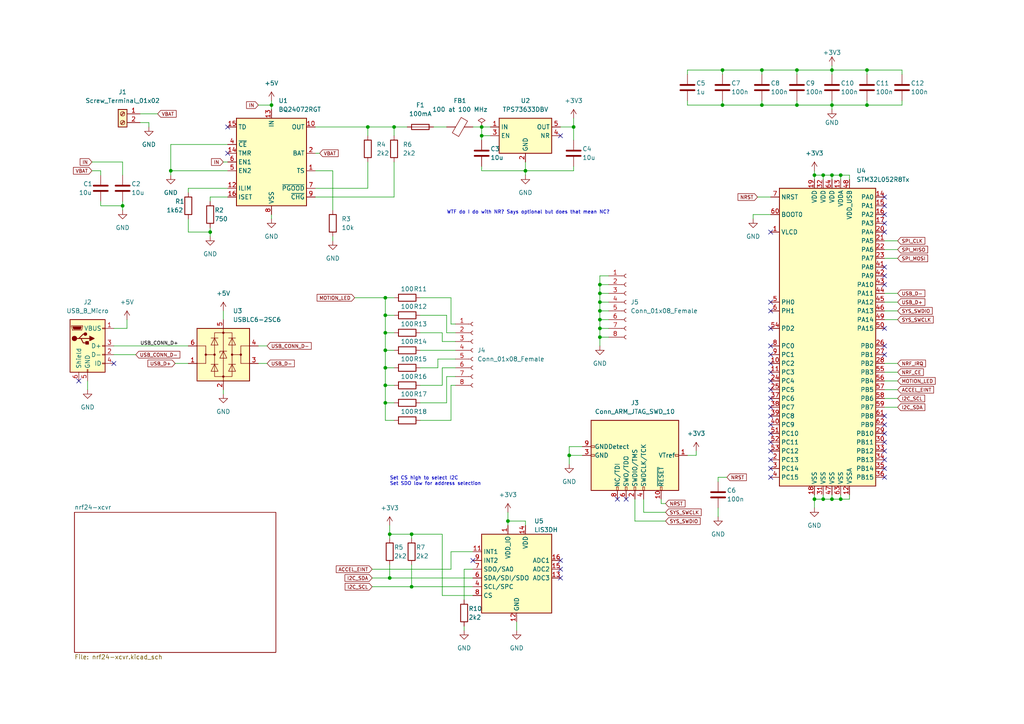
<source format=kicad_sch>
(kicad_sch (version 20211123) (generator eeschema)
  (paper "A4")
  (lib_symbols
    (symbol "Battery_Management:BQ24072RGT"
      (property "Reference" "U" (at -8.89 13.97 0))
      (property "Value" "BQ24072RGT" (at 16.51 13.97 0))
      (symbol "BQ24072RGT_0_1"
        (rectangle (start -10.16 12.7) (end 10.16 -12.7) (stroke (width 0.254)) (fill (type background)))
      )
      (symbol "BQ24072RGT_1_1"
        (pin passive line (at 12.7 -2.54 180) (length 2.54) (name "TS") (number "1"))
        (pin power_out line (at 12.7 10.16 180) (length 2.54) (name "OUT") (number "10"))
        (pin passive line (at 12.7 10.16 180) (length 2.54) hide (name "OUT") (number "11"))
        (pin passive line (at -12.7 -7.62 0) (length 2.54) (name "ILIM") (number "12"))
        (pin power_in line (at 0 15.24 270) (length 2.54) (name "IN") (number "13"))
        (pin input line (at -12.7 2.54 0) (length 2.54) (name "TMR") (number "14"))
        (pin input line (at -12.7 10.16 0) (length 2.54) (name "TD") (number "15"))
        (pin passive line (at -12.7 -10.16 0) (length 2.54) (name "ISET") (number "16"))
        (pin passive line (at 0 -15.24 90) (length 2.54) hide (name "VSS") (number "17"))
        (pin power_out line (at 12.7 2.54 180) (length 2.54) (name "BAT") (number "2"))
        (pin passive line (at 12.7 2.54 180) (length 2.54) hide (name "BAT") (number "3"))
        (pin input line (at -12.7 5.08 0) (length 2.54) (name "~{CE}") (number "4"))
        (pin input line (at -12.7 -2.54 0) (length 2.54) (name "EN2") (number "5"))
        (pin input line (at -12.7 0 0) (length 2.54) (name "EN1") (number "6"))
        (pin open_collector line (at 12.7 -7.62 180) (length 2.54) (name "~{PGOOD}") (number "7"))
        (pin power_in line (at 0 -15.24 90) (length 2.54) (name "VSS") (number "8"))
        (pin open_collector line (at 12.7 -10.16 180) (length 2.54) (name "~{CHG}") (number "9"))
      )
    )
    (symbol "Connector:Conn_01x08_Female" (pin_names (offset 1.016) hide)
      (property "Reference" "J" (at 0 10.16 0))
      (property "Value" "Conn_01x08_Female" (at 0 -12.7 0))
      (symbol "Conn_01x08_Female_1_1"
        (arc (start 0 -9.652) (mid -0.508 -10.16) (end 0 -10.668) (stroke (width 0.1524)))
        (arc (start 0 -7.112) (mid -0.508 -7.62) (end 0 -8.128) (stroke (width 0.1524)))
        (arc (start 0 -4.572) (mid -0.508 -5.08) (end 0 -5.588) (stroke (width 0.1524)))
        (arc (start 0 -2.032) (mid -0.508 -2.54) (end 0 -3.048) (stroke (width 0.1524)))
        (polyline (pts (xy -1.27 -10.16) (xy -0.508 -10.16)) (stroke (width 0.1524)))
        (polyline (pts (xy -1.27 -7.62) (xy -0.508 -7.62)) (stroke (width 0.1524)))
        (polyline (pts (xy -1.27 -5.08) (xy -0.508 -5.08)) (stroke (width 0.1524)))
        (polyline (pts (xy -1.27 -2.54) (xy -0.508 -2.54)) (stroke (width 0.1524)))
        (polyline (pts (xy -1.27 0) (xy -0.508 0)) (stroke (width 0.1524)))
        (polyline (pts (xy -1.27 2.54) (xy -0.508 2.54)) (stroke (width 0.1524)))
        (polyline (pts (xy -1.27 5.08) (xy -0.508 5.08)) (stroke (width 0.1524)))
        (polyline (pts (xy -1.27 7.62) (xy -0.508 7.62)) (stroke (width 0.1524)))
        (arc (start 0 0.508) (mid -0.508 0) (end 0 -0.508) (stroke (width 0.1524)))
        (arc (start 0 3.048) (mid -0.508 2.54) (end 0 2.032) (stroke (width 0.1524)))
        (arc (start 0 5.588) (mid -0.508 5.08) (end 0 4.572) (stroke (width 0.1524)))
        (arc (start 0 8.128) (mid -0.508 7.62) (end 0 7.112) (stroke (width 0.1524)))
        (pin passive line (at -5.08 7.62 0) (length 3.81) (name "Pin_1") (number "1"))
        (pin passive line (at -5.08 5.08 0) (length 3.81) (name "Pin_2") (number "2"))
        (pin passive line (at -5.08 2.54 0) (length 3.81) (name "Pin_3") (number "3"))
        (pin passive line (at -5.08 0 0) (length 3.81) (name "Pin_4") (number "4"))
        (pin passive line (at -5.08 -2.54 0) (length 3.81) (name "Pin_5") (number "5"))
        (pin passive line (at -5.08 -5.08 0) (length 3.81) (name "Pin_6") (number "6"))
        (pin passive line (at -5.08 -7.62 0) (length 3.81) (name "Pin_7") (number "7"))
        (pin passive line (at -5.08 -10.16 0) (length 3.81) (name "Pin_8") (number "8"))
      )
    )
    (symbol "Connector:Conn_ARM_JTAG_SWD_10" (pin_names (offset 1.016))
      (property "Reference" "J" (at -2.54 16.51 0))
      (property "Value" "Conn_ARM_JTAG_SWD_10" (at -2.54 13.97 0))
      (symbol "Conn_ARM_JTAG_SWD_10_0_1"
        (rectangle (start -10.16 12.7) (end 10.16 -12.7) (stroke (width 0.254)) (fill (type background)))
        (rectangle (start -2.794 -12.7) (end -2.286 -11.684))
        (rectangle (start -0.254 -12.7) (end 0.254 -11.684))
        (rectangle (start -0.254 12.7) (end 0.254 11.684))
        (rectangle (start 9.144 2.286) (end 10.16 2.794))
        (rectangle (start 10.16 -2.794) (end 9.144 -2.286))
        (rectangle (start 10.16 -0.254) (end 9.144 0.254))
        (rectangle (start 10.16 7.874) (end 9.144 7.366))
      )
      (symbol "Conn_ARM_JTAG_SWD_10_1_1"
        (rectangle (start 9.144 -5.334) (end 10.16 -4.826))
        (pin power_in line (at 0 15.24 270) (length 2.54) (name "VTref") (number "1"))
        (pin open_collector line (at 12.7 7.62 180) (length 2.54) (name "~{RESET}") (number "10"))
        (pin bidirectional line (at 12.7 0 180) (length 2.54) (name "SWDIO/TMS") (number "2"))
        (pin power_in line (at 0 -15.24 90) (length 2.54) (name "GND") (number "3"))
        (pin output line (at 12.7 2.54 180) (length 2.54) (name "SWDCLK/TCK") (number "4"))
        (pin passive line (at 0 -15.24 90) (length 2.54) hide (name "GND") (number "5"))
        (pin input line (at 12.7 -2.54 180) (length 2.54) (name "SWO/TDO") (number "6"))
        (pin no_connect line (at -10.16 0 0) (length 2.54) hide (name "KEY") (number "7"))
        (pin output line (at 12.7 -5.08 180) (length 2.54) (name "NC/TDI") (number "8"))
        (pin passive line (at -2.54 -15.24 90) (length 2.54) (name "GNDDetect") (number "9"))
      )
    )
    (symbol "Connector:Screw_Terminal_01x02" (pin_names (offset 1.016) hide)
      (property "Reference" "J" (at 0 2.54 0))
      (property "Value" "Screw_Terminal_01x02" (at 0 -5.08 0))
      (symbol "Screw_Terminal_01x02_1_1"
        (rectangle (start -1.27 1.27) (end 1.27 -3.81) (stroke (width 0.254)) (fill (type background)))
        (circle (center 0 -2.54) (radius 0.635) (stroke (width 0.1524)))
        (polyline (pts (xy -0.5334 -2.2098) (xy 0.3302 -3.048)) (stroke (width 0.1524)))
        (polyline (pts (xy -0.5334 0.3302) (xy 0.3302 -0.508)) (stroke (width 0.1524)))
        (polyline (pts (xy -0.3556 -2.032) (xy 0.508 -2.8702)) (stroke (width 0.1524)))
        (polyline (pts (xy -0.3556 0.508) (xy 0.508 -0.3302)) (stroke (width 0.1524)))
        (circle (center 0 0) (radius 0.635) (stroke (width 0.1524)))
        (pin passive line (at -5.08 0 0) (length 3.81) (name "Pin_1") (number "1"))
        (pin passive line (at -5.08 -2.54 0) (length 3.81) (name "Pin_2") (number "2"))
      )
    )
    (symbol "Connector:USB_B_Micro" (pin_names (offset 1.016))
      (property "Reference" "J" (at -5.08 11.43 0))
      (property "Value" "USB_B_Micro" (at -5.08 8.89 0))
      (symbol "USB_B_Micro_0_1"
        (rectangle (start -5.08 -7.62) (end 5.08 7.62) (stroke (width 0.254)) (fill (type background)))
        (circle (center -3.81 2.159) (radius 0.635) (stroke (width 0.254)) (fill (type outline)))
        (circle (center -0.635 3.429) (radius 0.381) (stroke (width 0.254)) (fill (type outline)))
        (rectangle (start -0.127 -7.62) (end 0.127 -6.858))
        (polyline (pts (xy -1.905 2.159) (xy 0.635 2.159)) (stroke (width 0.254)))
        (polyline (pts (xy -3.175 2.159) (xy -2.54 2.159) (xy -1.27 3.429) (xy -0.635 3.429)) (stroke (width 0.254)))
        (polyline (pts (xy -2.54 2.159) (xy -1.905 2.159) (xy -1.27 0.889) (xy 0 0.889)) (stroke (width 0.254)))
        (polyline (pts (xy 0.635 2.794) (xy 0.635 1.524) (xy 1.905 2.159) (xy 0.635 2.794)) (stroke (width 0.254)) (fill (type outline)))
        (polyline (pts (xy -4.318 5.588) (xy -1.778 5.588) (xy -2.032 4.826) (xy -4.064 4.826) (xy -4.318 5.588)) (fill (type outline)))
        (polyline (pts (xy -4.699 5.842) (xy -4.699 5.588) (xy -4.445 4.826) (xy -4.445 4.572) (xy -1.651 4.572) (xy -1.651 4.826) (xy -1.397 5.588) (xy -1.397 5.842) (xy -4.699 5.842)))
        (rectangle (start 0.254 1.27) (end -0.508 0.508) (stroke (width 0.254)) (fill (type outline)))
        (rectangle (start 5.08 -5.207) (end 4.318 -4.953))
        (rectangle (start 5.08 -2.667) (end 4.318 -2.413))
        (rectangle (start 5.08 -0.127) (end 4.318 0.127))
        (rectangle (start 5.08 4.953) (end 4.318 5.207))
      )
      (symbol "USB_B_Micro_1_1"
        (pin power_out line (at 7.62 5.08 180) (length 2.54) (name "VBUS") (number "1"))
        (pin bidirectional line (at 7.62 -2.54 180) (length 2.54) (name "D-") (number "2"))
        (pin bidirectional line (at 7.62 0 180) (length 2.54) (name "D+") (number "3"))
        (pin passive line (at 7.62 -5.08 180) (length 2.54) (name "ID") (number "4"))
        (pin power_out line (at 0 -10.16 90) (length 2.54) (name "GND") (number "5"))
        (pin passive line (at -2.54 -10.16 90) (length 2.54) (name "Shield") (number "6"))
      )
    )
    (symbol "Device:C" (pin_numbers hide) (pin_names (offset 0.254))
      (property "Reference" "C" (at 0.635 2.54 0))
      (property "Value" "C" (at 0.635 -2.54 0))
      (symbol "C_0_1"
        (polyline (pts (xy -2.032 -0.762) (xy 2.032 -0.762)) (stroke (width 0.508)))
        (polyline (pts (xy -2.032 0.762) (xy 2.032 0.762)) (stroke (width 0.508)))
      )
      (symbol "C_1_1"
        (pin passive line (at 0 3.81 270) (length 2.794) (name "~") (number "1"))
        (pin passive line (at 0 -3.81 90) (length 2.794) (name "~") (number "2"))
      )
    )
    (symbol "Device:FerriteBead" (pin_numbers hide) (pin_names (offset 0))
      (property "Reference" "FB" (at -3.81 0.635 90))
      (property "Value" "FerriteBead" (at 3.81 0 90))
      (symbol "FerriteBead_0_1"
        (polyline (pts (xy 0 -1.27) (xy 0 -1.2192)))
        (polyline (pts (xy 0 1.27) (xy 0 1.2954)))
        (polyline (pts (xy -2.7686 0.4064) (xy -1.7018 2.2606) (xy 2.7686 -0.3048) (xy 1.6764 -2.159) (xy -2.7686 0.4064)))
      )
      (symbol "FerriteBead_1_1"
        (pin passive line (at 0 3.81 270) (length 2.54) (name "~") (number "1"))
        (pin passive line (at 0 -3.81 90) (length 2.54) (name "~") (number "2"))
      )
    )
    (symbol "Device:Fuse" (pin_numbers hide) (pin_names (offset 0))
      (property "Reference" "F" (at 2.032 0 90))
      (property "Value" "Fuse" (at -1.905 0 90))
      (symbol "Fuse_0_1"
        (rectangle (start -0.762 -2.54) (end 0.762 2.54) (stroke (width 0.254)))
        (polyline (pts (xy 0 2.54) (xy 0 -2.54)))
      )
      (symbol "Fuse_1_1"
        (pin passive line (at 0 3.81 270) (length 1.27) (name "~") (number "1"))
        (pin passive line (at 0 -3.81 90) (length 1.27) (name "~") (number "2"))
      )
    )
    (symbol "Device:R" (pin_numbers hide) (pin_names (offset 0))
      (property "Reference" "R" (at 2.032 0 90))
      (property "Value" "R" (at 0 0 90))
      (symbol "R_0_1"
        (rectangle (start -1.016 -2.54) (end 1.016 2.54) (stroke (width 0.254)))
      )
      (symbol "R_1_1"
        (pin passive line (at 0 3.81 270) (length 1.27) (name "~") (number "1"))
        (pin passive line (at 0 -3.81 90) (length 1.27) (name "~") (number "2"))
      )
    )
    (symbol "MCU_ST_STM32L0:STM32L052R8Tx"
      (property "Reference" "U" (at -15.24 44.45 0))
      (property "Value" "STM32L052R8Tx" (at 7.62 44.45 0))
      (symbol "STM32L052R8Tx_0_1"
        (rectangle (start -15.24 -43.18) (end 12.7 43.18) (stroke (width 0.254)) (fill (type background)))
      )
      (symbol "STM32L052R8Tx_1_1"
        (pin power_in line (at -17.78 30.48 0) (length 2.54) (name "VLCD") (number "1"))
        (pin bidirectional line (at -17.78 -7.62 0) (length 2.54) (name "PC2") (number "10"))
        (pin bidirectional line (at -17.78 -10.16 0) (length 2.54) (name "PC3") (number "11"))
        (pin power_in line (at 5.08 -45.72 90) (length 2.54) (name "VSSA") (number "12"))
        (pin power_in line (at 2.54 45.72 270) (length 2.54) (name "VDDA") (number "13"))
        (pin bidirectional line (at 15.24 40.64 180) (length 2.54) (name "PA0") (number "14"))
        (pin bidirectional line (at 15.24 38.1 180) (length 2.54) (name "PA1") (number "15"))
        (pin bidirectional line (at 15.24 35.56 180) (length 2.54) (name "PA2") (number "16"))
        (pin bidirectional line (at 15.24 33.02 180) (length 2.54) (name "PA3") (number "17"))
        (pin power_in line (at -5.08 -45.72 90) (length 2.54) (name "VSS") (number "18"))
        (pin power_in line (at -5.08 45.72 270) (length 2.54) (name "VDD") (number "19"))
        (pin bidirectional line (at -17.78 -35.56 0) (length 2.54) (name "PC13") (number "2"))
        (pin bidirectional line (at 15.24 30.48 180) (length 2.54) (name "PA4") (number "20"))
        (pin bidirectional line (at 15.24 27.94 180) (length 2.54) (name "PA5") (number "21"))
        (pin bidirectional line (at 15.24 25.4 180) (length 2.54) (name "PA6") (number "22"))
        (pin bidirectional line (at 15.24 22.86 180) (length 2.54) (name "PA7") (number "23"))
        (pin bidirectional line (at -17.78 -12.7 0) (length 2.54) (name "PC4") (number "24"))
        (pin bidirectional line (at -17.78 -15.24 0) (length 2.54) (name "PC5") (number "25"))
        (pin bidirectional line (at 15.24 -2.54 180) (length 2.54) (name "PB0") (number "26"))
        (pin bidirectional line (at 15.24 -5.08 180) (length 2.54) (name "PB1") (number "27"))
        (pin bidirectional line (at 15.24 -7.62 180) (length 2.54) (name "PB2") (number "28"))
        (pin bidirectional line (at 15.24 -27.94 180) (length 2.54) (name "PB10") (number "29"))
        (pin bidirectional line (at -17.78 -38.1 0) (length 2.54) (name "PC14") (number "3"))
        (pin bidirectional line (at 15.24 -30.48 180) (length 2.54) (name "PB11") (number "30"))
        (pin power_in line (at -2.54 -45.72 90) (length 2.54) (name "VSS") (number "31"))
        (pin power_in line (at -2.54 45.72 270) (length 2.54) (name "VDD") (number "32"))
        (pin bidirectional line (at 15.24 -33.02 180) (length 2.54) (name "PB12") (number "33"))
        (pin bidirectional line (at 15.24 -35.56 180) (length 2.54) (name "PB13") (number "34"))
        (pin bidirectional line (at 15.24 -38.1 180) (length 2.54) (name "PB14") (number "35"))
        (pin bidirectional line (at 15.24 -40.64 180) (length 2.54) (name "PB15") (number "36"))
        (pin bidirectional line (at -17.78 -17.78 0) (length 2.54) (name "PC6") (number "37"))
        (pin bidirectional line (at -17.78 -20.32 0) (length 2.54) (name "PC7") (number "38"))
        (pin bidirectional line (at -17.78 -22.86 0) (length 2.54) (name "PC8") (number "39"))
        (pin bidirectional line (at -17.78 -40.64 0) (length 2.54) (name "PC15") (number "4"))
        (pin bidirectional line (at -17.78 -25.4 0) (length 2.54) (name "PC9") (number "40"))
        (pin bidirectional line (at 15.24 20.32 180) (length 2.54) (name "PA8") (number "41"))
        (pin bidirectional line (at 15.24 17.78 180) (length 2.54) (name "PA9") (number "42"))
        (pin bidirectional line (at 15.24 15.24 180) (length 2.54) (name "PA10") (number "43"))
        (pin bidirectional line (at 15.24 12.7 180) (length 2.54) (name "PA11") (number "44"))
        (pin bidirectional line (at 15.24 10.16 180) (length 2.54) (name "PA12") (number "45"))
        (pin bidirectional line (at 15.24 7.62 180) (length 2.54) (name "PA13") (number "46"))
        (pin power_in line (at 0 -45.72 90) (length 2.54) (name "VSS") (number "47"))
        (pin power_in line (at 5.08 45.72 270) (length 2.54) (name "VDD_USB") (number "48"))
        (pin bidirectional line (at 15.24 5.08 180) (length 2.54) (name "PA14") (number "49"))
        (pin input line (at -17.78 10.16 0) (length 2.54) (name "PH0") (number "5"))
        (pin bidirectional line (at 15.24 2.54 180) (length 2.54) (name "PA15") (number "50"))
        (pin bidirectional line (at -17.78 -27.94 0) (length 2.54) (name "PC10") (number "51"))
        (pin bidirectional line (at -17.78 -30.48 0) (length 2.54) (name "PC11") (number "52"))
        (pin bidirectional line (at -17.78 -33.02 0) (length 2.54) (name "PC12") (number "53"))
        (pin bidirectional line (at -17.78 2.54 0) (length 2.54) (name "PD2") (number "54"))
        (pin bidirectional line (at 15.24 -10.16 180) (length 2.54) (name "PB3") (number "55"))
        (pin bidirectional line (at 15.24 -12.7 180) (length 2.54) (name "PB4") (number "56"))
        (pin bidirectional line (at 15.24 -15.24 180) (length 2.54) (name "PB5") (number "57"))
        (pin bidirectional line (at 15.24 -17.78 180) (length 2.54) (name "PB6") (number "58"))
        (pin bidirectional line (at 15.24 -20.32 180) (length 2.54) (name "PB7") (number "59"))
        (pin input line (at -17.78 7.62 0) (length 2.54) (name "PH1") (number "6"))
        (pin input line (at -17.78 35.56 0) (length 2.54) (name "BOOT0") (number "60"))
        (pin bidirectional line (at 15.24 -22.86 180) (length 2.54) (name "PB8") (number "61"))
        (pin bidirectional line (at 15.24 -25.4 180) (length 2.54) (name "PB9") (number "62"))
        (pin power_in line (at 2.54 -45.72 90) (length 2.54) (name "VSS") (number "63"))
        (pin power_in line (at 0 45.72 270) (length 2.54) (name "VDD") (number "64"))
        (pin input line (at -17.78 40.64 0) (length 2.54) (name "NRST") (number "7"))
        (pin bidirectional line (at -17.78 -2.54 0) (length 2.54) (name "PC0") (number "8"))
        (pin bidirectional line (at -17.78 -5.08 0) (length 2.54) (name "PC1") (number "9"))
      )
    )
    (symbol "Power_Protection:USBLC6-2SC6" (pin_names hide)
      (property "Reference" "U" (at 2.54 8.89 0))
      (property "Value" "USBLC6-2SC6" (at 2.54 -8.89 0))
      (symbol "USBLC6-2SC6_0_1"
        (rectangle (start -7.62 -7.62) (end 7.62 7.62) (stroke (width 0.254)) (fill (type background)))
        (circle (center -5.08 0) (radius 0.254) (fill (type outline)))
        (circle (center -2.54 0) (radius 0.254) (fill (type outline)))
        (rectangle (start -2.54 6.35) (end 2.54 -6.35))
        (circle (center 0 -6.35) (radius 0.254) (fill (type outline)))
        (polyline (pts (xy -5.08 -2.54) (xy -7.62 -2.54)))
        (polyline (pts (xy -5.08 0) (xy -5.08 -2.54)))
        (polyline (pts (xy -5.08 2.54) (xy -7.62 2.54)))
        (polyline (pts (xy -1.524 -2.794) (xy -3.556 -2.794)))
        (polyline (pts (xy -1.524 4.826) (xy -3.556 4.826)))
        (polyline (pts (xy 0 -7.62) (xy 0 -6.35)))
        (polyline (pts (xy 0 -6.35) (xy 0 1.27)))
        (polyline (pts (xy 0 1.27) (xy 0 6.35)))
        (polyline (pts (xy 0 6.35) (xy 0 7.62)))
        (polyline (pts (xy 1.524 -2.794) (xy 3.556 -2.794)))
        (polyline (pts (xy 1.524 4.826) (xy 3.556 4.826)))
        (polyline (pts (xy 5.08 -2.54) (xy 7.62 -2.54)))
        (polyline (pts (xy 5.08 0) (xy 5.08 -2.54)))
        (polyline (pts (xy 5.08 2.54) (xy 7.62 2.54)))
        (polyline (pts (xy -2.54 0) (xy -5.08 0) (xy -5.08 2.54)))
        (polyline (pts (xy 2.54 0) (xy 5.08 0) (xy 5.08 2.54)))
        (polyline (pts (xy -3.556 -4.826) (xy -1.524 -4.826) (xy -2.54 -2.794) (xy -3.556 -4.826)))
        (polyline (pts (xy -3.556 2.794) (xy -1.524 2.794) (xy -2.54 4.826) (xy -3.556 2.794)))
        (polyline (pts (xy -1.016 -1.016) (xy 1.016 -1.016) (xy 0 1.016) (xy -1.016 -1.016)))
        (polyline (pts (xy 1.016 1.016) (xy 0.762 1.016) (xy -1.016 1.016) (xy -1.016 0.508)))
        (polyline (pts (xy 3.556 -4.826) (xy 1.524 -4.826) (xy 2.54 -2.794) (xy 3.556 -4.826)))
        (polyline (pts (xy 3.556 2.794) (xy 1.524 2.794) (xy 2.54 4.826) (xy 3.556 2.794)))
        (circle (center 0 6.35) (radius 0.254) (fill (type outline)))
        (circle (center 2.54 0) (radius 0.254) (fill (type outline)))
        (circle (center 5.08 0) (radius 0.254) (fill (type outline)))
      )
      (symbol "USBLC6-2SC6_1_1"
        (pin passive line (at -10.16 -2.54 0) (length 2.54) (name "I/O1") (number "1"))
        (pin passive line (at 0 -10.16 90) (length 2.54) (name "GND") (number "2"))
        (pin passive line (at 10.16 -2.54 180) (length 2.54) (name "I/O2") (number "3"))
        (pin passive line (at 10.16 2.54 180) (length 2.54) (name "I/O2") (number "4"))
        (pin passive line (at 0 10.16 270) (length 2.54) (name "VBUS") (number "5"))
        (pin passive line (at -10.16 2.54 0) (length 2.54) (name "I/O1") (number "6"))
      )
    )
    (symbol "Regulator_Linear:TPS73633DBV"
      (property "Reference" "U" (at -6.35 6.35 0))
      (property "Value" "TPS73633DBV" (at 1.27 6.35 0))
      (symbol "TPS73633DBV_0_1"
        (rectangle (start -7.62 -5.08) (end 7.62 5.08) (stroke (width 0.254)) (fill (type background)))
      )
      (symbol "TPS73633DBV_1_1"
        (pin power_in line (at -10.16 2.54 0) (length 2.54) (name "IN") (number "1"))
        (pin power_in line (at 0 -7.62 90) (length 2.54) (name "GND") (number "2"))
        (pin input line (at -10.16 0 0) (length 2.54) (name "EN") (number "3"))
        (pin passive line (at 10.16 0 180) (length 2.54) (name "NR") (number "4"))
        (pin power_out line (at 10.16 2.54 180) (length 2.54) (name "OUT") (number "5"))
      )
    )
    (symbol "Sensor_Motion:LIS3DH"
      (property "Reference" "U" (at -7.62 11.43 0))
      (property "Value" "LIS3DH" (at 6.35 11.43 0))
      (symbol "LIS3DH_0_1"
        (rectangle (start -10.16 10.16) (end 10.16 -12.7) (stroke (width 0.254)) (fill (type background)))
      )
      (symbol "LIS3DH_1_1"
        (pin power_in line (at -2.54 12.7 270) (length 2.54) (name "VDD_IO") (number "1"))
        (pin passive line (at 0 -15.24 90) (length 2.54) hide (name "GND") (number "10"))
        (pin output line (at -12.7 5.08 0) (length 2.54) (name "INT1") (number "11"))
        (pin power_in line (at 0 -15.24 90) (length 2.54) (name "GND") (number "12"))
        (pin input line (at 12.7 -2.54 180) (length 2.54) (name "ADC3") (number "13"))
        (pin power_in line (at 2.54 12.7 270) (length 2.54) (name "VDD") (number "14"))
        (pin input line (at 12.7 0 180) (length 2.54) (name "ADC2") (number "15"))
        (pin input line (at 12.7 2.54 180) (length 2.54) (name "ADC1") (number "16"))
        (pin no_connect line (at 10.16 5.08 180) (length 2.54) hide (name "NC") (number "2"))
        (pin no_connect line (at 10.16 7.62 180) (length 2.54) hide (name "NC") (number "3"))
        (pin input line (at -12.7 -5.08 0) (length 2.54) (name "SCL/SPC") (number "4"))
        (pin passive line (at 0 -15.24 90) (length 2.54) hide (name "GND") (number "5"))
        (pin bidirectional line (at -12.7 -2.54 0) (length 2.54) (name "SDA/SDI/SDO") (number "6"))
        (pin bidirectional line (at -12.7 0 0) (length 2.54) (name "SDO/SA0") (number "7"))
        (pin input line (at -12.7 -7.62 0) (length 2.54) (name "CS") (number "8"))
        (pin output line (at -12.7 2.54 0) (length 2.54) (name "INT2") (number "9"))
      )
    )
    (symbol "power:+3V3" (power) (pin_names (offset 0))
      (property "Value" "+3V3" (at 0 3.556 0))
      (symbol "+3V3_0_1"
        (polyline (pts (xy -0.762 1.27) (xy 0 2.54)))
        (polyline (pts (xy 0 0) (xy 0 2.54)))
        (polyline (pts (xy 0 2.54) (xy 0.762 1.27)))
      )
      (symbol "+3V3_1_1"
        (pin power_in line (at 0 0 90) (length 0) hide (name "+3V3") (number "1"))
      )
    )
    (symbol "power:+5V" (power) (pin_names (offset 0))
      (property "Value" "+5V" (at 0 3.556 0))
      (symbol "+5V_0_1"
        (polyline (pts (xy -0.762 1.27) (xy 0 2.54)))
        (polyline (pts (xy 0 0) (xy 0 2.54)))
        (polyline (pts (xy 0 2.54) (xy 0.762 1.27)))
      )
      (symbol "+5V_1_1"
        (pin power_in line (at 0 0 90) (length 0) hide (name "+5V") (number "1"))
      )
    )
    (symbol "power:GND" (power) (pin_names (offset 0))
      (property "Value" "GND" (at 0 -3.81 0))
      (symbol "GND_0_1"
        (polyline (pts (xy 0 0) (xy 0 -1.27) (xy 1.27 -1.27) (xy 0 -2.54) (xy -1.27 -1.27) (xy 0 -1.27)))
      )
      (symbol "GND_1_1"
        (pin power_in line (at 0 0 270) (length 0) hide (name "GND") (number "1"))
      )
    )
    (symbol "power:PWR_FLAG" (power) (pin_numbers hide) (pin_names (offset 0) hide)
      (property "Value" "PWR_FLAG" (at 0 3.81 0))
      (symbol "PWR_FLAG_0_0"
        (pin power_out line (at 0 0 90) (length 0) (name "pwr") (number "1"))
      )
      (symbol "PWR_FLAG_0_1"
        (polyline (pts (xy 0 0) (xy 0 1.27) (xy -1.016 1.905) (xy 0 2.54) (xy 1.016 1.905) (xy 0 1.27)))
      )
    )
  )
  (junction (at 238.76 50.8))
  (junction (at 241.3 50.8))
  (junction (at 111.76 101.6))
  (junction (at 78.74 30.48))
  (junction (at 238.76 144.78))
  (junction (at 236.22 144.78))
  (junction (at 173.99 92.71))
  (junction (at 119.38 170.18))
  (junction (at 173.99 90.17))
  (junction (at 111.76 106.68))
  (junction (at 241.3 30.48))
  (junction (at 231.14 30.48))
  (junction (at 111.76 111.76))
  (junction (at 243.84 50.8))
  (junction (at 173.99 97.79))
  (junction (at 251.46 30.48))
  (junction (at 49.53 49.53))
  (junction (at 220.98 30.48))
  (junction (at 139.7 39.37))
  (junction (at 209.55 20.32))
  (junction (at 113.03 154.94))
  (junction (at 251.46 20.32))
  (junction (at 173.99 82.55))
  (junction (at 209.55 30.48))
  (junction (at 147.32 151.13))
  (junction (at 111.76 116.84))
  (junction (at 114.3 36.83))
  (junction (at 173.99 95.25))
  (junction (at 243.84 144.78))
  (junction (at 220.98 20.32))
  (junction (at 241.3 20.32))
  (junction (at 139.7 36.83))
  (junction (at 106.68 36.83))
  (junction (at 119.38 154.94))
  (junction (at 111.76 86.36))
  (junction (at 241.3 144.78))
  (junction (at 152.4 49.53))
  (junction (at 111.76 96.52))
  (junction (at 60.96 67.31))
  (junction (at 166.37 36.83))
  (junction (at 173.99 85.09))
  (junction (at 231.14 20.32))
  (junction (at 236.22 50.8))
  (junction (at 165.1 132.08))
  (junction (at 35.56 59.69))
  (junction (at 113.03 167.64))
  (junction (at 173.99 87.63))
  (junction (at 111.76 91.44))
  (no_connect (at 22.86 110.49))
  (no_connect (at 256.54 102.87))
  (no_connect (at 223.52 95.25))
  (no_connect (at 256.54 100.33))
  (no_connect (at 256.54 95.25))
  (no_connect (at 256.54 120.65))
  (no_connect (at 256.54 82.55))
  (no_connect (at 256.54 80.01))
  (no_connect (at 256.54 77.47))
  (no_connect (at 223.52 128.27))
  (no_connect (at 223.52 130.81))
  (no_connect (at 223.52 120.65))
  (no_connect (at 223.52 123.19))
  (no_connect (at 223.52 125.73))
  (no_connect (at 256.54 135.89))
  (no_connect (at 256.54 138.43))
  (no_connect (at 256.54 133.35))
  (no_connect (at 256.54 123.19))
  (no_connect (at 256.54 125.73))
  (no_connect (at 256.54 128.27))
  (no_connect (at 256.54 130.81))
  (no_connect (at 223.52 100.33))
  (no_connect (at 223.52 102.87))
  (no_connect (at 223.52 105.41))
  (no_connect (at 223.52 107.95))
  (no_connect (at 223.52 110.49))
  (no_connect (at 223.52 113.03))
  (no_connect (at 223.52 115.57))
  (no_connect (at 223.52 118.11))
  (no_connect (at 137.16 162.56))
  (no_connect (at 162.56 162.56))
  (no_connect (at 162.56 167.64))
  (no_connect (at 162.56 165.1))
  (no_connect (at 223.52 138.43))
  (no_connect (at 256.54 67.31))
  (no_connect (at 179.07 144.78))
  (no_connect (at 223.52 87.63))
  (no_connect (at 223.52 135.89))
  (no_connect (at 256.54 64.77))
  (no_connect (at 223.52 133.35))
  (no_connect (at 256.54 62.23))
  (no_connect (at 256.54 57.15))
  (no_connect (at 66.04 44.45))
  (no_connect (at 181.61 144.78))
  (no_connect (at 33.02 105.41))
  (no_connect (at 162.56 39.37))
  (no_connect (at 223.52 90.17))
  (no_connect (at 223.52 67.31))
  (no_connect (at 256.54 59.69))
  (no_connect (at 66.04 36.83))
  (wire (pts (xy 107.95 165.1) (xy 130.81 165.1)))
  (wire (pts (xy 261.62 21.59) (xy 261.62 20.32)))
  (wire (pts (xy 256.54 69.85) (xy 260.35 69.85)))
  (wire (pts (xy 35.56 46.99) (xy 35.56 50.8)))
  (wire (pts (xy 26.67 46.99) (xy 35.56 46.99)))
  (wire (pts (xy 256.54 118.11) (xy 260.35 118.11)))
  (wire (pts (xy 139.7 49.53) (xy 152.4 49.53)))
  (wire (pts (xy 60.96 67.31) (xy 60.96 68.58)))
  (wire (pts (xy 127 104.14) (xy 127 106.68)))
  (wire (pts (xy 132.08 96.52) (xy 129.54 96.52)))
  (wire (pts (xy 119.38 170.18) (xy 137.16 170.18)))
  (wire (pts (xy 173.99 97.79) (xy 176.53 97.79)))
  (wire (pts (xy 209.55 20.32) (xy 209.55 21.59)))
  (wire (pts (xy 173.99 100.33) (xy 173.99 97.79)))
  (wire (pts (xy 128.27 172.72) (xy 128.27 154.94)))
  (wire (pts (xy 173.99 85.09) (xy 176.53 85.09)))
  (wire (pts (xy 33.02 95.25) (xy 36.83 95.25)))
  (wire (pts (xy 66.04 57.15) (xy 60.96 57.15)))
  (wire (pts (xy 236.22 49.53) (xy 236.22 50.8)))
  (wire (pts (xy 111.76 86.36) (xy 114.3 86.36)))
  (wire (pts (xy 91.44 57.15) (xy 114.3 57.15)))
  (wire (pts (xy 236.22 50.8) (xy 236.22 52.07)))
  (wire (pts (xy 119.38 154.94) (xy 128.27 154.94)))
  (wire (pts (xy 111.76 116.84) (xy 114.3 116.84)))
  (wire (pts (xy 91.44 54.61) (xy 106.68 54.61)))
  (wire (pts (xy 132.08 106.68) (xy 128.27 106.68)))
  (wire (pts (xy 218.44 62.23) (xy 218.44 63.5)))
  (wire (pts (xy 43.18 35.56) (xy 43.18 36.83)))
  (wire (pts (xy 114.3 46.99) (xy 114.3 57.15)))
  (wire (pts (xy 107.95 167.64) (xy 113.03 167.64)))
  (wire (pts (xy 129.54 91.44) (xy 121.92 91.44)))
  (wire (pts (xy 113.03 167.64) (xy 137.16 167.64)))
  (wire (pts (xy 130.81 121.92) (xy 130.81 111.76)))
  (wire (pts (xy 102.87 86.36) (xy 111.76 86.36)))
  (wire (pts (xy 236.22 143.51) (xy 236.22 144.78)))
  (wire (pts (xy 26.67 49.53) (xy 29.21 49.53)))
  (wire (pts (xy 119.38 156.21) (xy 119.38 154.94)))
  (wire (pts (xy 113.03 163.83) (xy 113.03 167.64)))
  (wire (pts (xy 137.16 172.72) (xy 128.27 172.72)))
  (wire (pts (xy 241.3 143.51) (xy 241.3 144.78)))
  (wire (pts (xy 241.3 29.21) (xy 241.3 30.48)))
  (wire (pts (xy 162.56 36.83) (xy 166.37 36.83)))
  (wire (pts (xy 241.3 19.05) (xy 241.3 20.32)))
  (wire (pts (xy 238.76 143.51) (xy 238.76 144.78)))
  (wire (pts (xy 256.54 107.95) (xy 260.35 107.95)))
  (wire (pts (xy 152.4 49.53) (xy 166.37 49.53)))
  (wire (pts (xy 241.3 50.8) (xy 238.76 50.8)))
  (wire (pts (xy 111.76 121.92) (xy 111.76 116.84)))
  (wire (pts (xy 238.76 50.8) (xy 236.22 50.8)))
  (wire (pts (xy 168.91 129.54) (xy 165.1 129.54)))
  (wire (pts (xy 29.21 59.69) (xy 35.56 59.69)))
  (wire (pts (xy 193.04 146.05) (xy 191.77 146.05)))
  (wire (pts (xy 186.69 148.59) (xy 193.04 148.59)))
  (wire (pts (xy 231.14 20.32) (xy 241.3 20.32)))
  (wire (pts (xy 166.37 48.26) (xy 166.37 49.53)))
  (wire (pts (xy 33.02 102.87) (xy 39.37 102.87)))
  (wire (pts (xy 130.81 111.76) (xy 132.08 111.76)))
  (wire (pts (xy 173.99 90.17) (xy 173.99 87.63)))
  (wire (pts (xy 78.74 30.48) (xy 78.74 31.75)))
  (wire (pts (xy 152.4 49.53) (xy 152.4 50.8)))
  (wire (pts (xy 184.15 144.78) (xy 184.15 151.13)))
  (wire (pts (xy 66.04 41.91) (xy 49.53 41.91)))
  (wire (pts (xy 35.56 58.42) (xy 35.56 59.69)))
  (wire (pts (xy 220.98 29.21) (xy 220.98 30.48)))
  (wire (pts (xy 74.93 100.33) (xy 77.47 100.33)))
  (wire (pts (xy 165.1 129.54) (xy 165.1 132.08)))
  (wire (pts (xy 49.53 41.91) (xy 49.53 49.53)))
  (wire (pts (xy 64.77 113.03) (xy 64.77 114.3)))
  (wire (pts (xy 114.3 36.83) (xy 118.11 36.83)))
  (wire (pts (xy 223.52 62.23) (xy 218.44 62.23)))
  (wire (pts (xy 261.62 30.48) (xy 261.62 29.21)))
  (wire (pts (xy 256.54 85.09) (xy 260.35 85.09)))
  (wire (pts (xy 130.81 86.36) (xy 121.92 86.36)))
  (wire (pts (xy 134.62 181.61) (xy 134.62 182.88)))
  (wire (pts (xy 114.3 121.92) (xy 111.76 121.92)))
  (wire (pts (xy 91.44 44.45) (xy 92.71 44.45)))
  (wire (pts (xy 166.37 36.83) (xy 166.37 40.64)))
  (wire (pts (xy 256.54 72.39) (xy 260.35 72.39)))
  (wire (pts (xy 191.77 146.05) (xy 191.77 144.78)))
  (wire (pts (xy 173.99 82.55) (xy 176.53 82.55)))
  (wire (pts (xy 147.32 148.59) (xy 147.32 151.13)))
  (wire (pts (xy 54.61 63.5) (xy 54.61 67.31)))
  (wire (pts (xy 29.21 49.53) (xy 29.21 50.8)))
  (wire (pts (xy 251.46 21.59) (xy 251.46 20.32)))
  (wire (pts (xy 173.99 97.79) (xy 173.99 95.25)))
  (wire (pts (xy 127 106.68) (xy 121.92 106.68)))
  (wire (pts (xy 142.24 39.37) (xy 139.7 39.37)))
  (wire (pts (xy 173.99 92.71) (xy 173.99 90.17)))
  (wire (pts (xy 139.7 39.37) (xy 139.7 40.64)))
  (wire (pts (xy 199.39 29.21) (xy 199.39 30.48)))
  (wire (pts (xy 132.08 109.22) (xy 129.54 109.22)))
  (wire (pts (xy 173.99 95.25) (xy 173.99 92.71)))
  (wire (pts (xy 261.62 20.32) (xy 251.46 20.32)))
  (wire (pts (xy 166.37 34.29) (xy 166.37 36.83)))
  (wire (pts (xy 246.38 50.8) (xy 243.84 50.8)))
  (wire (pts (xy 243.84 143.51) (xy 243.84 144.78)))
  (wire (pts (xy 256.54 105.41) (xy 260.35 105.41)))
  (wire (pts (xy 111.76 101.6) (xy 114.3 101.6)))
  (wire (pts (xy 129.54 96.52) (xy 129.54 91.44)))
  (wire (pts (xy 199.39 21.59) (xy 199.39 20.32)))
  (wire (pts (xy 111.76 111.76) (xy 114.3 111.76)))
  (wire (pts (xy 130.81 165.1) (xy 130.81 160.02)))
  (wire (pts (xy 251.46 30.48) (xy 261.62 30.48)))
  (wire (pts (xy 111.76 111.76) (xy 111.76 106.68)))
  (wire (pts (xy 210.82 138.43) (xy 208.28 138.43)))
  (wire (pts (xy 147.32 151.13) (xy 147.32 152.4)))
  (wire (pts (xy 246.38 144.78) (xy 243.84 144.78)))
  (wire (pts (xy 132.08 99.06) (xy 128.27 99.06)))
  (wire (pts (xy 201.93 132.08) (xy 199.39 132.08)))
  (wire (pts (xy 107.95 170.18) (xy 119.38 170.18)))
  (wire (pts (xy 106.68 46.99) (xy 106.68 54.61)))
  (wire (pts (xy 78.74 29.21) (xy 78.74 30.48)))
  (wire (pts (xy 66.04 54.61) (xy 54.61 54.61)))
  (wire (pts (xy 111.76 96.52) (xy 114.3 96.52)))
  (wire (pts (xy 173.99 82.55) (xy 173.99 80.01)))
  (wire (pts (xy 54.61 67.31) (xy 60.96 67.31)))
  (wire (pts (xy 91.44 36.83) (xy 106.68 36.83)))
  (wire (pts (xy 246.38 143.51) (xy 246.38 144.78)))
  (wire (pts (xy 113.03 152.4) (xy 113.03 154.94)))
  (wire (pts (xy 132.08 104.14) (xy 127 104.14)))
  (wire (pts (xy 256.54 92.71) (xy 260.35 92.71)))
  (wire (pts (xy 238.76 144.78) (xy 241.3 144.78)))
  (wire (pts (xy 199.39 20.32) (xy 209.55 20.32)))
  (wire (pts (xy 246.38 52.07) (xy 246.38 50.8)))
  (wire (pts (xy 64.77 46.99) (xy 66.04 46.99)))
  (wire (pts (xy 134.62 165.1) (xy 134.62 173.99)))
  (wire (pts (xy 241.3 30.48) (xy 251.46 30.48)))
  (wire (pts (xy 36.83 92.71) (xy 36.83 95.25)))
  (wire (pts (xy 256.54 110.49) (xy 260.35 110.49)))
  (wire (pts (xy 241.3 20.32) (xy 251.46 20.32)))
  (wire (pts (xy 96.52 49.53) (xy 91.44 49.53)))
  (wire (pts (xy 111.76 106.68) (xy 114.3 106.68)))
  (wire (pts (xy 139.7 48.26) (xy 139.7 49.53)))
  (wire (pts (xy 199.39 30.48) (xy 209.55 30.48)))
  (wire (pts (xy 152.4 152.4) (xy 152.4 151.13)))
  (wire (pts (xy 111.76 91.44) (xy 114.3 91.44)))
  (wire (pts (xy 111.76 106.68) (xy 111.76 101.6)))
  (wire (pts (xy 49.53 49.53) (xy 49.53 50.8)))
  (wire (pts (xy 33.02 100.33) (xy 54.61 100.33)))
  (wire (pts (xy 119.38 163.83) (xy 119.38 170.18)))
  (wire (pts (xy 209.55 20.32) (xy 220.98 20.32)))
  (wire (pts (xy 251.46 29.21) (xy 251.46 30.48)))
  (wire (pts (xy 40.64 33.02) (xy 45.72 33.02)))
  (wire (pts (xy 40.64 35.56) (xy 43.18 35.56)))
  (wire (pts (xy 114.3 36.83) (xy 114.3 39.37)))
  (wire (pts (xy 165.1 132.08) (xy 168.91 132.08)))
  (wire (pts (xy 243.84 52.07) (xy 243.84 50.8)))
  (wire (pts (xy 111.76 96.52) (xy 111.76 91.44)))
  (wire (pts (xy 128.27 106.68) (xy 128.27 111.76)))
  (wire (pts (xy 78.74 62.23) (xy 78.74 63.5)))
  (wire (pts (xy 231.14 30.48) (xy 241.3 30.48)))
  (wire (pts (xy 35.56 59.69) (xy 35.56 60.96)))
  (wire (pts (xy 139.7 39.37) (xy 139.7 36.83)))
  (wire (pts (xy 201.93 130.81) (xy 201.93 132.08)))
  (wire (pts (xy 241.3 144.78) (xy 243.84 144.78)))
  (wire (pts (xy 25.4 110.49) (xy 25.4 113.03)))
  (wire (pts (xy 220.98 20.32) (xy 231.14 20.32)))
  (wire (pts (xy 121.92 101.6) (xy 132.08 101.6)))
  (wire (pts (xy 208.28 147.32) (xy 208.28 149.86)))
  (wire (pts (xy 139.7 36.83) (xy 142.24 36.83)))
  (wire (pts (xy 50.8 105.41) (xy 54.61 105.41)))
  (wire (pts (xy 209.55 29.21) (xy 209.55 30.48)))
  (wire (pts (xy 173.99 87.63) (xy 176.53 87.63)))
  (wire (pts (xy 173.99 90.17) (xy 176.53 90.17)))
  (wire (pts (xy 29.21 58.42) (xy 29.21 59.69)))
  (wire (pts (xy 130.81 160.02) (xy 137.16 160.02)))
  (wire (pts (xy 111.76 116.84) (xy 111.76 111.76)))
  (wire (pts (xy 241.3 50.8) (xy 241.3 52.07)))
  (wire (pts (xy 173.99 87.63) (xy 173.99 85.09)))
  (wire (pts (xy 49.53 49.53) (xy 66.04 49.53)))
  (wire (pts (xy 236.22 144.78) (xy 236.22 147.32)))
  (wire (pts (xy 256.54 113.03) (xy 260.35 113.03)))
  (wire (pts (xy 173.99 95.25) (xy 176.53 95.25)))
  (wire (pts (xy 137.16 165.1) (xy 134.62 165.1)))
  (wire (pts (xy 241.3 20.32) (xy 241.3 21.59)))
  (wire (pts (xy 165.1 132.08) (xy 165.1 134.62)))
  (wire (pts (xy 129.54 109.22) (xy 129.54 116.84)))
  (wire (pts (xy 132.08 93.98) (xy 130.81 93.98)))
  (wire (pts (xy 231.14 29.21) (xy 231.14 30.48)))
  (wire (pts (xy 113.03 154.94) (xy 119.38 154.94)))
  (wire (pts (xy 209.55 30.48) (xy 220.98 30.48)))
  (wire (pts (xy 256.54 90.17) (xy 260.35 90.17)))
  (wire (pts (xy 64.77 90.17) (xy 64.77 92.71)))
  (wire (pts (xy 152.4 46.99) (xy 152.4 49.53)))
  (wire (pts (xy 128.27 111.76) (xy 121.92 111.76)))
  (wire (pts (xy 74.93 105.41) (xy 77.47 105.41)))
  (wire (pts (xy 60.96 66.04) (xy 60.96 67.31)))
  (wire (pts (xy 113.03 154.94) (xy 113.03 156.21)))
  (wire (pts (xy 184.15 151.13) (xy 193.04 151.13)))
  (wire (pts (xy 186.69 144.78) (xy 186.69 148.59)))
  (wire (pts (xy 173.99 80.01) (xy 176.53 80.01)))
  (wire (pts (xy 74.93 30.48) (xy 78.74 30.48)))
  (wire (pts (xy 125.73 36.83) (xy 129.54 36.83)))
  (wire (pts (xy 243.84 50.8) (xy 241.3 50.8)))
  (wire (pts (xy 111.76 101.6) (xy 111.76 96.52)))
  (wire (pts (xy 256.54 87.63) (xy 260.35 87.63)))
  (wire (pts (xy 128.27 96.52) (xy 121.92 96.52)))
  (wire (pts (xy 219.71 57.15) (xy 223.52 57.15)))
  (wire (pts (xy 96.52 68.58) (xy 96.52 69.85)))
  (wire (pts (xy 256.54 74.93) (xy 260.35 74.93)))
  (wire (pts (xy 130.81 93.98) (xy 130.81 86.36)))
  (wire (pts (xy 231.14 20.32) (xy 231.14 21.59)))
  (wire (pts (xy 111.76 91.44) (xy 111.76 86.36)))
  (wire (pts (xy 128.27 99.06) (xy 128.27 96.52)))
  (wire (pts (xy 137.16 36.83) (xy 139.7 36.83)))
  (wire (pts (xy 238.76 52.07) (xy 238.76 50.8)))
  (wire (pts (xy 106.68 36.83) (xy 114.3 36.83)))
  (wire (pts (xy 54.61 54.61) (xy 54.61 55.88)))
  (wire (pts (xy 147.32 151.13) (xy 152.4 151.13)))
  (wire (pts (xy 241.3 30.48) (xy 241.3 31.75)))
  (wire (pts (xy 173.99 92.71) (xy 176.53 92.71)))
  (wire (pts (xy 208.28 138.43) (xy 208.28 139.7)))
  (wire (pts (xy 121.92 116.84) (xy 129.54 116.84)))
  (wire (pts (xy 173.99 85.09) (xy 173.99 82.55)))
  (wire (pts (xy 256.54 115.57) (xy 260.35 115.57)))
  (wire (pts (xy 220.98 30.48) (xy 231.14 30.48)))
  (wire (pts (xy 220.98 20.32) (xy 220.98 21.59)))
  (wire (pts (xy 96.52 60.96) (xy 96.52 49.53)))
  (wire (pts (xy 236.22 144.78) (xy 238.76 144.78)))
  (wire (pts (xy 121.92 121.92) (xy 130.81 121.92)))
  (wire (pts (xy 106.68 36.83) (xy 106.68 39.37)))
  (wire (pts (xy 149.86 180.34) (xy 149.86 182.88)))
  (wire (pts (xy 60.96 57.15) (xy 60.96 58.42)))
  (text "Set CS high to select I2C\nSet SDO low for address selection" (at 113.03 140.97 0) (effects (font (size 1 1)) (justify left bottom)))
  (text "WTF do I do with NR? Says optional but does that mean NC?" (at 129.54 62.23 0) (effects (font (size 1 1)) (justify left bottom)))
  (label "USB_CONN_D+" (at 40.64 100.33 0) (effects (font (size 1 1))))
  (global_label "USB_D-" (shape input) (at 77.47 105.41 0) (effects (font (size 1 1))) (property "Intersheet References" "${INTERSHEET_REFS}" (effects hide)))
  (global_label "USB_D-" (shape input) (at 260.35 85.09 0) (effects (font (size 1 1))) (property "Intersheet References" "${INTERSHEET_REFS}" (effects hide)))
  (global_label "SYS_SWDIO" (shape input) (at 260.35 90.17 0) (effects (font (size 1 1))) (property "Intersheet References" "${INTERSHEET_REFS}" (effects hide)))
  (global_label "USB_CONN_D-" (shape input) (at 39.37 102.87 0) (effects (font (size 1 1))) (property "Intersheet References" "${INTERSHEET_REFS}" (effects hide)))
  (global_label "I2C_SDA" (shape input) (at 260.35 118.11 0) (effects (font (size 1 1))) (property "Intersheet References" "${INTERSHEET_REFS}" (effects hide)))
  (global_label "MOTION_LED" (shape input) (at 102.87 86.36 180) (effects (font (size 1 1))) (property "Intersheet References" "${INTERSHEET_REFS}" (effects hide)))
  (global_label "NRST" (shape input) (at 193.04 146.05 0) (effects (font (size 1 1))) (property "Intersheet References" "${INTERSHEET_REFS}" (effects hide)))
  (global_label "SYS_SWDIO" (shape input) (at 193.04 151.13 0) (effects (font (size 1 1))) (property "Intersheet References" "${INTERSHEET_REFS}" (effects hide)))
  (global_label "ACCEL_EINT" (shape input) (at 260.35 113.03 0) (effects (font (size 1 1))) (property "Intersheet References" "${INTERSHEET_REFS}" (effects hide)))
  (global_label "SPI_MISO" (shape input) (at 260.35 72.39 0) (effects (font (size 1 1))) (property "Intersheet References" "${INTERSHEET_REFS}" (effects hide)))
  (global_label "SYS_SWCLK" (shape input) (at 260.35 92.71 0) (effects (font (size 1 1))) (property "Intersheet References" "${INTERSHEET_REFS}" (effects hide)))
  (global_label "VBAT" (shape input) (at 26.67 49.53 180) (effects (font (size 1 1))) (property "Intersheet References" "${INTERSHEET_REFS}" (effects hide)))
  (global_label "IN" (shape input) (at 26.67 46.99 180) (effects (font (size 1 1))) (property "Intersheet References" "${INTERSHEET_REFS}" (effects hide)))
  (global_label "VBAT" (shape input) (at 92.71 44.45 0) (effects (font (size 1 1))) (property "Intersheet References" "${INTERSHEET_REFS}" (effects hide)))
  (global_label "SPI_MOSI" (shape input) (at 260.35 74.93 0) (effects (font (size 1 1))) (property "Intersheet References" "${INTERSHEET_REFS}" (effects hide)))
  (global_label "I2C_SCL" (shape input) (at 107.95 170.18 180) (effects (font (size 1 1))) (property "Intersheet References" "${INTERSHEET_REFS}" (effects hide)))
  (global_label "USB_CONN_D-" (shape input) (at 77.47 100.33 0) (effects (font (size 1 1))) (property "Intersheet References" "${INTERSHEET_REFS}" (effects hide)))
  (global_label "NRF_IRQ" (shape input) (at 260.35 105.41 0) (effects (font (size 1 1))) (property "Intersheet References" "${INTERSHEET_REFS}" (effects hide)))
  (global_label "VBAT" (shape input) (at 45.72 33.02 0) (effects (font (size 1 1))) (property "Intersheet References" "${INTERSHEET_REFS}" (effects hide)))
  (global_label "MOTION_LED" (shape input) (at 260.35 110.49 0) (effects (font (size 1 1))) (property "Intersheet References" "${INTERSHEET_REFS}" (effects hide)))
  (global_label "ACCEL_EINT" (shape input) (at 107.95 165.1 180) (effects (font (size 1 1))) (property "Intersheet References" "${INTERSHEET_REFS}" (effects hide)))
  (global_label "IN" (shape input) (at 74.93 30.48 180) (effects (font (size 1 1))) (property "Intersheet References" "${INTERSHEET_REFS}" (effects hide)))
  (global_label "NRST" (shape input) (at 219.71 57.15 180) (effects (font (size 1 1))) (property "Intersheet References" "${INTERSHEET_REFS}" (effects hide)))
  (global_label "USB_D+" (shape input) (at 50.8 105.41 180) (effects (font (size 1 1))) (property "Intersheet References" "${INTERSHEET_REFS}" (effects hide)))
  (global_label "USB_D+" (shape input) (at 260.35 87.63 0) (effects (font (size 1 1))) (property "Intersheet References" "${INTERSHEET_REFS}" (effects hide)))
  (global_label "SYS_SWCLK" (shape input) (at 193.04 148.59 0) (effects (font (size 1 1))) (property "Intersheet References" "${INTERSHEET_REFS}" (effects hide)))
  (global_label "I2C_SCL" (shape input) (at 260.35 115.57 0) (effects (font (size 1 1))) (property "Intersheet References" "${INTERSHEET_REFS}" (effects hide)))
  (global_label "IN" (shape input) (at 64.77 46.99 180) (effects (font (size 1 1))) (property "Intersheet References" "${INTERSHEET_REFS}" (effects hide)))
  (global_label "NRF_CE" (shape input) (at 260.35 107.95 0) (effects (font (size 1 1))) (property "Intersheet References" "${INTERSHEET_REFS}" (effects hide)))
  (global_label "I2C_SDA" (shape input) (at 107.95 167.64 180) (effects (font (size 1 1))) (property "Intersheet References" "${INTERSHEET_REFS}" (effects hide)))
  (global_label "SPI_CLK" (shape input) (at 260.35 69.85 0) (effects (font (size 1 1))) (property "Intersheet References" "${INTERSHEET_REFS}" (effects hide)))
  (global_label "NRST" (shape input) (at 210.82 138.43 0) (effects (font (size 1 1))) (property "Intersheet References" "${INTERSHEET_REFS}" (effects hide)))
  (symbol (lib_id "power:GND") (at 78.74 63.5 0) (unit 1)
    (property "Reference" "#PWR0115" (effects hide))
    (property "Value" "GND" (at 78.74 68.58 0))
  )
  (symbol (lib_id "power:GND") (at 35.56 60.96 0) (unit 1)
    (property "Reference" "#PWR0120" (effects hide))
    (property "Value" "GND" (at 35.56 66.04 0))
  )
  (symbol (lib_id "power:GND") (at 241.3 31.75 0) (unit 1)
    (property "Reference" "#PWR0102" (effects hide))
    (property "Value" "GND" (at 241.3 35.56 0))
  )
  (symbol (lib_id "power:+3V3") (at 201.93 130.81 0) (unit 1)
    (property "Reference" "#PWR0105" (effects hide))
    (property "Value" "+3V3" (at 201.93 125.73 0))
  )
  (symbol (lib_id "Connector:Conn_01x08_Female") (at 137.16 101.6 0) (unit 1)
    (property "Reference" "J4" (at 138.43 101.5999 0) (effects (justify left)))
    (property "Value" "Conn_01x08_Female" (at 138.43 104.1399 0) (effects (justify left)))
  )
  (symbol (lib_id "power:+5V") (at 64.77 90.17 0) (unit 1)
    (property "Reference" "#PWR0124" (effects hide))
    (property "Value" "+5V" (at 64.77 85.09 0))
  )
  (symbol (lib_id "power:GND") (at 49.53 50.8 0) (unit 1)
    (property "Reference" "#PWR0119" (effects hide))
    (property "Value" "GND" (at 49.53 55.88 0))
  )
  (symbol (lib_id "Device:R") (at 96.52 64.77 0) (unit 1)
    (property "Reference" "R3" (at 99.06 63.4999 0) (effects (justify left)))
    (property "Value" "10k" (at 99.06 66.0399 0) (effects (justify left)))
  )
  (symbol (lib_id "Device:R") (at 119.38 160.02 0) (unit 1)
    (property "Reference" "R7" (at 120.65 158.75 0) (effects (justify left)))
    (property "Value" "2k2" (at 120.65 161.29 0) (effects (justify left)))
  )
  (symbol (lib_id "power:GND") (at 25.4 113.03 0) (unit 1)
    (property "Reference" "#PWR0123" (effects hide))
    (property "Value" "GND" (at 25.4 118.11 0))
  )
  (symbol (lib_id "power:GND") (at 96.52 69.85 0) (unit 1)
    (property "Reference" "#PWR0114" (effects hide))
    (property "Value" "GND" (at 96.52 74.93 0))
  )
  (symbol (lib_id "power:GND") (at 43.18 36.83 0) (unit 1)
    (property "Reference" "#PWR0118" (effects hide))
    (property "Value" "GND" (at 43.18 41.91 0))
  )
  (symbol (lib_id "Sensor_Motion:LIS3DH") (at 149.86 165.1 0) (unit 1)
    (property "Reference" "U5" (at 154.94 151.13 0) (effects (justify left)))
    (property "Value" "LIS3DH" (at 154.94 153.67 0) (effects (justify left)))
    (property "Footprint" "Package_LGA:LGA-16_3x3mm_P0.5mm_LayoutBorder3x5y" (effects hide))
    (property "Datasheet" "https://www.st.com/resource/en/datasheet/cd00274221.pdf" (effects hide))
  )
  (symbol (lib_id "Device:R") (at 118.11 91.44 90) (unit 1)
    (property "Reference" "R12" (at 121.92 88.9 90))
    (property "Value" "100" (at 118.11 88.9 90))
  )
  (symbol (lib_id "Device:R") (at 118.11 111.76 90) (unit 1)
    (property "Reference" "R16" (at 121.92 109.22 90))
    (property "Value" "100" (at 118.11 109.22 90))
  )
  (symbol (lib_id "Connector:Screw_Terminal_01x02") (at 35.56 33.02 0) (mirror y) (unit 1)
    (property "Reference" "J1" (at 35.56 26.67 0))
    (property "Value" "Screw_Terminal_01x02" (at 35.56 29.21 0))
  )
  (symbol (lib_id "power:GND") (at 165.1 134.62 0) (unit 1)
    (property "Reference" "#PWR0113" (effects hide))
    (property "Value" "GND" (at 165.1 139.7 0))
  )
  (symbol (lib_id "Device:C") (at 231.14 25.4 0) (unit 1)
    (property "Reference" "C9" (at 233.68 24.13 0) (effects (justify left)))
    (property "Value" "100n" (at 233.68 26.67 0) (effects (justify left)))
  )
  (symbol (lib_id "Device:R") (at 60.96 62.23 0) (unit 1)
    (property "Reference" "R2" (at 62.23 60.96 0) (effects (justify left)))
    (property "Value" "750" (at 62.23 63.5 0) (effects (justify left)))
  )
  (symbol (lib_id "power:+3V3") (at 113.03 152.4 0) (unit 1)
    (property "Reference" "#PWR0121" (effects hide))
    (property "Value" "+3V3" (at 113.03 147.32 0))
  )
  (symbol (lib_id "Device:R") (at 118.11 121.92 90) (unit 1)
    (property "Reference" "R18" (at 121.92 119.38 90))
    (property "Value" "100" (at 118.11 119.38 90))
  )
  (symbol (lib_id "Device:R") (at 118.11 96.52 90) (unit 1)
    (property "Reference" "R13" (at 121.92 93.98 90))
    (property "Value" "100" (at 118.11 93.98 90))
  )
  (symbol (lib_id "Device:C") (at 209.55 25.4 0) (unit 1)
    (property "Reference" "C7" (at 212.09 24.13 0) (effects (justify left)))
    (property "Value" "100n" (at 212.09 26.67 0) (effects (justify left)))
  )
  (symbol (lib_id "Device:C") (at 251.46 25.4 0) (unit 1)
    (property "Reference" "C11" (at 254 24.13 0) (effects (justify left)))
    (property "Value" "100n" (at 254 26.67 0) (effects (justify left)))
  )
  (symbol (lib_id "Device:R") (at 134.62 177.8 0) (unit 1)
    (property "Reference" "R10" (at 135.89 176.53 0) (effects (justify left)))
    (property "Value" "2k2" (at 135.89 179.07 0) (effects (justify left)))
  )
  (symbol (lib_id "power:GND") (at 60.96 68.58 0) (unit 1)
    (property "Reference" "#PWR0117" (effects hide))
    (property "Value" "GND" (at 60.96 73.66 0))
  )
  (symbol (lib_id "Battery_Management:BQ24072RGT") (at 78.74 46.99 0) (unit 1)
    (property "Reference" "U1" (at 80.7594 29.21 0) (effects (justify left)))
    (property "Value" "BQ24072RGT" (at 80.7594 31.75 0) (effects (justify left)))
    (property "Footprint" "Package_DFN_QFN:VQFN-16-1EP_3x3mm_P0.5mm_EP1.6x1.6mm" (effects hide))
    (property "Datasheet" "http://www.ti.com/lit/ds/symlink/bq24072.pdf" (effects hide))
  )
  (symbol (lib_id "power:+3V3") (at 147.32 148.59 0) (unit 1)
    (property "Reference" "#PWR0110" (effects hide))
    (property "Value" "+3V3" (at 147.32 143.51 0))
  )
  (symbol (lib_id "Device:R") (at 54.61 59.69 0) (unit 1)
    (property "Reference" "R1" (at 50.8 58.42 0) (effects (justify left)))
    (property "Value" "1k62" (at 48.26 60.96 0) (effects (justify left)))
  )
  (symbol (lib_id "power:+5V") (at 36.83 92.71 0) (unit 1)
    (property "Reference" "#PWR0125" (effects hide))
    (property "Value" "+5V" (at 36.83 87.63 0))
  )
  (symbol (lib_id "Device:FerriteBead") (at 133.35 36.83 270) (unit 1)
    (property "Reference" "FB1" (at 133.4008 29.21 90))
    (property "Value" "100 at 100 MHz" (at 133.4008 31.75 90))
  )
  (symbol (lib_id "power:+3V3") (at 166.37 34.29 0) (unit 1)
    (property "Reference" "#PWR0112" (effects hide))
    (property "Value" "+3V3" (at 166.37 29.21 0))
  )
  (symbol (lib_id "Device:C") (at 208.28 143.51 0) (unit 1)
    (property "Reference" "C6" (at 210.82 142.24 0) (effects (justify left)))
    (property "Value" "100n" (at 210.82 144.78 0) (effects (justify left)))
  )
  (symbol (lib_id "Device:C") (at 166.37 44.45 0) (unit 1)
    (property "Reference" "C4" (at 168.91 43.18 0) (effects (justify left)))
    (property "Value" "10u" (at 168.91 45.72 0) (effects (justify left)))
  )
  (symbol (lib_id "power:PWR_FLAG") (at 139.7 36.83 0) (unit 1)
    (property "Reference" "#FLG0101" (effects hide))
    (property "Value" "PWR_FLAG" (effects hide))
  )
  (symbol (lib_id "power:GND") (at 236.22 147.32 0) (unit 1)
    (property "Reference" "#PWR0106" (effects hide))
    (property "Value" "GND" (at 236.22 152.4 0))
  )
  (symbol (lib_id "Power_Protection:USBLC6-2SC6") (at 64.77 102.87 0) (unit 1)
    (property "Reference" "U3" (at 67.5387 90.17 0) (effects (justify left)))
    (property "Value" "USBLC6-2SC6" (at 67.5387 92.71 0) (effects (justify left)))
    (property "Footprint" "Package_TO_SOT_SMD:SOT-23-6" (effects hide))
    (property "Datasheet" "https://www.st.com/resource/en/datasheet/usblc6-2.pdf" (effects hide))
  )
  (symbol (lib_id "Device:R") (at 118.11 116.84 90) (unit 1)
    (property "Reference" "R17" (at 121.92 114.3 90))
    (property "Value" "100" (at 118.11 114.3 90))
  )
  (symbol (lib_id "Device:C") (at 139.7 44.45 0) (unit 1)
    (property "Reference" "C3" (at 142.24 43.18 0) (effects (justify left)))
    (property "Value" "10u" (at 142.24 45.72 0) (effects (justify left)))
  )
  (symbol (lib_id "Device:C") (at 35.56 54.61 0) (unit 1)
    (property "Reference" "C2" (at 38.1 53.34 0) (effects (justify left)))
    (property "Value" "10u" (at 38.1 55.88 0) (effects (justify left)))
  )
  (symbol (lib_id "Connector:Conn_ARM_JTAG_SWD_10") (at 184.15 132.08 270) (unit 1)
    (property "Reference" "J3" (at 184.15 116.84 90))
    (property "Value" "Conn_ARM_JTAG_SWD_10" (at 184.15 119.38 90))
    (property "Datasheet" "http://infocenter.arm.com/help/topic/com.arm.doc.ddi0314h/DDI0314H_coresight_components_trm.pdf" (effects hide))
  )
  (symbol (lib_id "Connector:Conn_01x08_Female") (at 181.61 87.63 0) (unit 1)
    (property "Reference" "J5" (at 182.88 87.6299 0) (effects (justify left)))
    (property "Value" "Conn_01x08_Female" (at 182.88 90.1699 0) (effects (justify left)))
  )
  (symbol (lib_id "power:GND") (at 218.44 63.5 0) (unit 1)
    (property "Reference" "#PWR0104" (effects hide))
    (property "Value" "GND" (at 218.44 68.58 0))
  )
  (symbol (lib_id "power:GND") (at 173.99 100.33 0) (unit 1)
    (property "Reference" "#PWR01" (effects hide))
    (property "Value" "GND" (at 173.99 105.41 0))
  )
  (symbol (lib_id "power:+3V3") (at 236.22 49.53 0) (unit 1)
    (property "Reference" "#PWR0103" (effects hide))
    (property "Value" "+3V3" (at 236.22 44.45 0))
  )
  (symbol (lib_id "power:GND") (at 152.4 50.8 0) (unit 1)
    (property "Reference" "#PWR0111" (effects hide))
    (property "Value" "GND" (at 152.4 55.88 0))
  )
  (symbol (lib_id "power:GND") (at 134.62 182.88 0) (unit 1)
    (property "Reference" "#PWR0108" (effects hide))
    (property "Value" "GND" (at 134.62 187.96 0))
  )
  (symbol (lib_id "Device:C") (at 199.39 25.4 0) (unit 1)
    (property "Reference" "C5" (at 201.93 24.13 0) (effects (justify left)))
    (property "Value" "1u" (at 201.93 26.67 0) (effects (justify left)))
  )
  (symbol (lib_id "Device:C") (at 261.62 25.4 0) (unit 1)
    (property "Reference" "C12" (at 264.16 24.13 0) (effects (justify left)))
    (property "Value" "100n" (at 264.16 26.67 0) (effects (justify left)))
  )
  (symbol (lib_id "power:GND") (at 64.77 114.3 0) (unit 1)
    (property "Reference" "#PWR0122" (effects hide))
    (property "Value" "GND" (at 64.77 119.38 0))
  )
  (symbol (lib_id "Regulator_Linear:TPS73633DBV") (at 152.4 39.37 0) (unit 1)
    (property "Reference" "U2" (at 152.4 29.21 0))
    (property "Value" "TPS73633DBV" (at 152.4 31.75 0))
    (property "Footprint" "Package_TO_SOT_SMD:SOT-23-5" (effects hide))
    (property "Datasheet" "http://www.ti.com/lit/ds/symlink/tps736.pdf" (effects hide))
  )
  (symbol (lib_id "Device:C") (at 220.98 25.4 0) (unit 1)
    (property "Reference" "C8" (at 223.52 24.13 0) (effects (justify left)))
    (property "Value" "100n" (at 223.52 26.67 0) (effects (justify left)))
  )
  (symbol (lib_id "Device:R") (at 114.3 43.18 0) (unit 1)
    (property "Reference" "R6" (at 116.84 41.9099 0) (effects (justify left)))
    (property "Value" "2k2" (at 116.84 44.4499 0) (effects (justify left)))
  )
  (symbol (lib_id "Device:R") (at 118.11 101.6 90) (unit 1)
    (property "Reference" "R14" (at 121.92 99.06 90))
    (property "Value" "100" (at 118.11 99.06 90))
  )
  (symbol (lib_id "power:GND") (at 149.86 182.88 0) (unit 1)
    (property "Reference" "#PWR0109" (effects hide))
    (property "Value" "GND" (at 149.86 187.96 0))
  )
  (symbol (lib_id "Device:R") (at 113.03 160.02 0) (unit 1)
    (property "Reference" "R5" (at 114.3 158.75 0) (effects (justify left)))
    (property "Value" "2k2" (at 114.3 161.29 0) (effects (justify left)))
  )
  (symbol (lib_id "MCU_ST_STM32L0:STM32L052R8Tx") (at 241.3 97.79 0) (unit 1)
    (property "Reference" "U4" (at 248.3994 49.53 0) (effects (justify left)))
    (property "Value" "STM32L052R8Tx" (at 248.3994 52.07 0) (effects (justify left)))
    (property "Footprint" "Package_QFP:LQFP-64_10x10mm_P0.5mm" (effects hide))
    (property "Datasheet" "http://www.st.com/st-web-ui/static/active/en/resource/technical/document/datasheet/DM00108217.pdf" (effects hide))
  )
  (symbol (lib_id "Connector:USB_B_Micro") (at 25.4 100.33 0) (unit 1)
    (property "Reference" "J2" (at 25.4 87.63 0))
    (property "Value" "USB_B_Micro" (at 25.4 90.17 0))
  )
  (symbol (lib_id "Device:R") (at 118.11 106.68 90) (unit 1)
    (property "Reference" "R15" (at 121.92 104.14 90))
    (property "Value" "100" (at 118.11 104.14 90))
  )
  (symbol (lib_id "Device:R") (at 106.68 43.18 0) (unit 1)
    (property "Reference" "R4" (at 109.22 41.9099 0) (effects (justify left)))
    (property "Value" "2k2" (at 109.22 44.4499 0) (effects (justify left)))
  )
  (symbol (lib_id "power:+5V") (at 78.74 29.21 0) (unit 1)
    (property "Reference" "#PWR0116" (effects hide))
    (property "Value" "+5V" (at 78.74 24.13 0))
  )
  (symbol (lib_id "Device:R") (at 118.11 86.36 90) (unit 1)
    (property "Reference" "R11" (at 121.92 83.82 90))
    (property "Value" "100" (at 118.11 83.82 90))
  )
  (symbol (lib_id "power:+3V3") (at 241.3 19.05 0) (unit 1)
    (property "Reference" "#PWR0101" (effects hide))
    (property "Value" "+3V3" (at 241.3 15.24 0))
  )
  (symbol (lib_id "Device:Fuse") (at 121.92 36.83 90) (unit 1)
    (property "Reference" "F1" (at 121.92 30.48 90))
    (property "Value" "100mA" (at 121.92 33.02 90))
  )
  (symbol (lib_id "power:GND") (at 208.28 149.86 0) (unit 1)
    (property "Reference" "#PWR0107" (effects hide))
    (property "Value" "GND" (at 208.28 154.94 0))
  )
  (symbol (lib_id "Device:C") (at 29.21 54.61 0) (unit 1)
    (property "Reference" "C1" (at 24.13 53.34 0) (effects (justify left)))
    (property "Value" "10u" (at 22.86 55.88 0) (effects (justify left)))
  )
  (symbol (lib_id "Device:C") (at 241.3 25.4 0) (unit 1)
    (property "Reference" "C10" (at 243.84 24.13 0) (effects (justify left)))
    (property "Value" "100n" (at 243.84 26.67 0) (effects (justify left)))
  )
  (sheet (at 21.59 148.59) (size 58.42 40.64) (stroke (width 0.1524))
    (property "Sheet name" "nrf24-xcvr" (at 21.59 147.8784 0) (effects (justify left bottom)))
    (property "Sheet file" "nrf24-xcvr.kicad_sch" (at 21.59 189.8146 0) (effects (justify left top)))
  )
)
</source>
